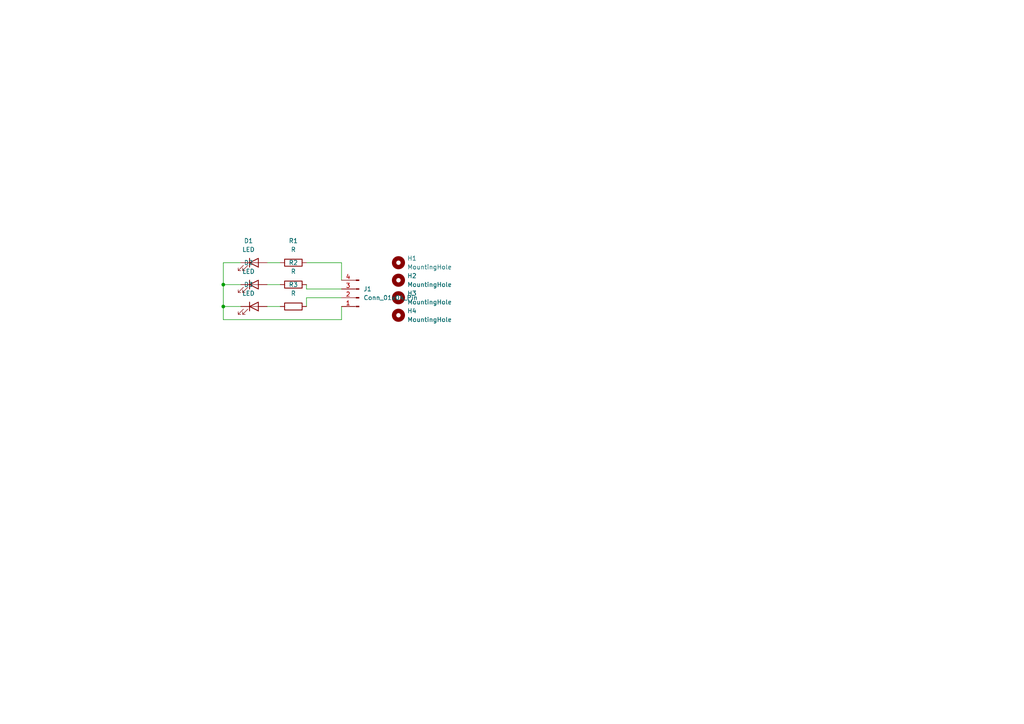
<source format=kicad_sch>
(kicad_sch (version 20231120) (generator "eeschema") (generator_version "8.0")
  (paper "A4")
  (lib_symbols
    (symbol "Connector:Conn_01x04_Pin" (pin_names (offset 1.016) hide)
      (property "Reference" "J" (at 0 5.08 0))
      (property "Value" "Conn_01x04_Pin" (at 0 -7.62 0))
      (symbol "Conn_01x04_Pin_1_1"
        (polyline (pts (xy 1.27 -5.08) (xy 0.8636 -5.08)) (stroke (width 0.1524)))
        (polyline (pts (xy 1.27 -2.54) (xy 0.8636 -2.54)) (stroke (width 0.1524)))
        (polyline (pts (xy 1.27 0) (xy 0.8636 0)) (stroke (width 0.1524)))
        (polyline (pts (xy 1.27 2.54) (xy 0.8636 2.54)) (stroke (width 0.1524)))
        (rectangle (start 0.8636 -4.953) (end 0 -5.207) (stroke (width 0.1524)) (fill (type outline)))
        (rectangle (start 0.8636 -2.413) (end 0 -2.667) (stroke (width 0.1524)) (fill (type outline)))
        (rectangle (start 0.8636 0.127) (end 0 -0.127) (stroke (width 0.1524)) (fill (type outline)))
        (rectangle (start 0.8636 2.667) (end 0 2.413) (stroke (width 0.1524)) (fill (type outline)))
        (pin passive line (at 5.08 2.54 180) (length 3.81) (name "Pin_1") (number "1"))
        (pin passive line (at 5.08 0 180) (length 3.81) (name "Pin_2") (number "2"))
        (pin passive line (at 5.08 -2.54 180) (length 3.81) (name "Pin_3") (number "3"))
        (pin passive line (at 5.08 -5.08 180) (length 3.81) (name "Pin_4") (number "4"))
      )
    )
    (symbol "Device:LED" (pin_numbers hide) (pin_names (offset 1.016) hide)
      (property "Reference" "D" (at 0 2.54 0))
      (property "Value" "LED" (at 0 -2.54 0))
      (symbol "LED_0_1"
        (polyline (pts (xy -1.27 -1.27) (xy -1.27 1.27)) (stroke (width 0.254)))
        (polyline (pts (xy -1.27 0) (xy 1.27 0)))
        (polyline (pts (xy 1.27 -1.27) (xy 1.27 1.27) (xy -1.27 0) (xy 1.27 -1.27)) (stroke (width 0.254)))
        (polyline (pts (xy -3.048 -0.762) (xy -4.572 -2.286) (xy -3.81 -2.286) (xy -4.572 -2.286) (xy -4.572 -1.524)))
        (polyline (pts (xy -1.778 -0.762) (xy -3.302 -2.286) (xy -2.54 -2.286) (xy -3.302 -2.286) (xy -3.302 -1.524)))
      )
      (symbol "LED_1_1"
        (pin passive line (at -3.81 0 0) (length 2.54) (name "K") (number "1"))
        (pin passive line (at 3.81 0 180) (length 2.54) (name "A") (number "2"))
      )
    )
    (symbol "Device:R" (pin_numbers hide) (pin_names (offset 0))
      (property "Reference" "R" (at 2.032 0 90))
      (property "Value" "R" (at 0 0 90))
      (symbol "R_0_1"
        (rectangle (start -1.016 -2.54) (end 1.016 2.54) (stroke (width 0.254)))
      )
      (symbol "R_1_1"
        (pin passive line (at 0 3.81 270) (length 1.27) (name "~") (number "1"))
        (pin passive line (at 0 -3.81 90) (length 1.27) (name "~") (number "2"))
      )
    )
    (symbol "Mechanical:MountingHole" (pin_names (offset 1.016)) (exclude_from_sim yes) (in_bom no)
      (property "Reference" "H" (at 0 5.08 0))
      (property "Value" "MountingHole" (at 0 3.175 0))
      (symbol "MountingHole_0_1"
        (circle (center 0 0) (radius 1.27) (stroke (width 1.27)))
      )
    )
  )
  (junction (at 64.77 82.55))
  (junction (at 64.77 88.9))
  (wire (pts (xy 99.06 76.2) (xy 99.06 81.28)))
  (wire (pts (xy 99.06 92.71) (xy 64.77 92.71)))
  (wire (pts (xy 69.85 88.9) (xy 64.77 88.9)))
  (wire (pts (xy 88.9 88.9) (xy 88.9 86.36)))
  (wire (pts (xy 99.06 88.9) (xy 99.06 92.71)))
  (wire (pts (xy 99.06 83.82) (xy 88.9 83.82)))
  (wire (pts (xy 64.77 82.55) (xy 69.85 82.55)))
  (wire (pts (xy 64.77 76.2) (xy 69.85 76.2)))
  (wire (pts (xy 77.47 88.9) (xy 81.28 88.9)))
  (wire (pts (xy 64.77 88.9) (xy 64.77 92.71)))
  (wire (pts (xy 64.77 82.55) (xy 64.77 76.2)))
  (wire (pts (xy 77.47 76.2) (xy 81.28 76.2)))
  (wire (pts (xy 64.77 88.9) (xy 64.77 82.55)))
  (wire (pts (xy 88.9 83.82) (xy 88.9 82.55)))
  (wire (pts (xy 88.9 86.36) (xy 99.06 86.36)))
  (wire (pts (xy 77.47 82.55) (xy 81.28 82.55)))
  (wire (pts (xy 88.9 76.2) (xy 99.06 76.2)))
  (symbol (lib_id "Device:R") (at 85.09 82.55 90) (unit 1)
    (property "Reference" "R2" (at 85.09 76.2 90))
    (property "Value" "R" (at 85.09 78.74 90))
    (property "Footprint" "Resistor_SMD:R_1206_3216Metric_Pad1.30x1.75mm_HandSolder" (effects (hide yes)))
    (property "Description" "Resistor" (effects (hide yes)))
  )
  (symbol (lib_id "Connector:Conn_01x04_Pin") (at 104.14 86.36 180) (unit 1)
    (property "Reference" "J1" (at 105.41 83.8199 0) (effects (justify right)))
    (property "Value" "Conn_01x04_Pin" (at 105.41 86.3599 0) (effects (justify right)))
    (property "Footprint" "Connector_PinHeader_2.54mm:PinHeader_1x04_P2.54mm_Horizontal" (effects (hide yes)))
    (property "Description" "Generic connector, single row, 01x04, script generated" (effects (hide yes)))
  )
  (symbol (lib_id "Mechanical:MountingHole") (at 115.57 91.44 0) (unit 1) (exclude_from_sim yes) (in_bom no)
    (property "Reference" "H4" (at 118.11 90.1699 0) (effects (justify left)))
    (property "Value" "MountingHole" (at 118.11 92.7099 0) (effects (justify left)))
    (property "Footprint" "MountingHole:MountingHole_2.5mm" (effects (hide yes)))
    (property "Description" "Mounting Hole without connection" (effects (hide yes)))
  )
  (symbol (lib_id "Mechanical:MountingHole") (at 115.57 76.2 0) (unit 1) (exclude_from_sim yes) (in_bom no)
    (property "Reference" "H1" (at 118.11 74.9299 0) (effects (justify left)))
    (property "Value" "MountingHole" (at 118.11 77.4699 0) (effects (justify left)))
    (property "Footprint" "MountingHole:MountingHole_2.5mm" (effects (hide yes)))
    (property "Description" "Mounting Hole without connection" (effects (hide yes)))
  )
  (symbol (lib_id "Device:LED") (at 73.66 82.55 0) (unit 1)
    (property "Reference" "D2" (at 72.0725 76.2 0))
    (property "Value" "LED" (at 72.0725 78.74 0))
    (property "Footprint" "footprints:SML-LX15" (effects (hide yes)))
    (property "Description" "Light emitting diode" (effects (hide yes)))
  )
  (symbol (lib_id "Device:R") (at 85.09 76.2 90) (unit 1)
    (property "Reference" "R1" (at 85.09 69.85 90))
    (property "Value" "R" (at 85.09 72.39 90))
    (property "Footprint" "Resistor_SMD:R_1206_3216Metric_Pad1.30x1.75mm_HandSolder" (effects (hide yes)))
    (property "Description" "Resistor" (effects (hide yes)))
  )
  (symbol (lib_id "Device:R") (at 85.09 88.9 90) (unit 1)
    (property "Reference" "R3" (at 85.09 82.55 90))
    (property "Value" "R" (at 85.09 85.09 90))
    (property "Footprint" "Resistor_SMD:R_1206_3216Metric_Pad1.30x1.75mm_HandSolder" (effects (hide yes)))
    (property "Description" "Resistor" (effects (hide yes)))
  )
  (symbol (lib_id "Device:LED") (at 73.66 88.9 0) (unit 1)
    (property "Reference" "D3" (at 72.0725 82.55 0))
    (property "Value" "LED" (at 72.0725 85.09 0))
    (property "Footprint" "footprints:SML-LX15" (effects (hide yes)))
    (property "Description" "Light emitting diode" (effects (hide yes)))
  )
  (symbol (lib_id "Mechanical:MountingHole") (at 115.57 86.36 0) (unit 1) (exclude_from_sim yes) (in_bom no)
    (property "Reference" "H3" (at 118.11 85.0899 0) (effects (justify left)))
    (property "Value" "MountingHole" (at 118.11 87.6299 0) (effects (justify left)))
    (property "Footprint" "MountingHole:MountingHole_2.5mm" (effects (hide yes)))
    (property "Description" "Mounting Hole without connection" (effects (hide yes)))
  )
  (symbol (lib_id "Device:LED") (at 73.66 76.2 0) (unit 1)
    (property "Reference" "D1" (at 72.0725 69.85 0))
    (property "Value" "LED" (at 72.0725 72.39 0))
    (property "Footprint" "footprints:SML-LX15" (effects (hide yes)))
    (property "Description" "Light emitting diode" (effects (hide yes)))
  )
  (symbol (lib_id "Mechanical:MountingHole") (at 115.57 81.28 0) (unit 1) (exclude_from_sim yes) (in_bom no)
    (property "Reference" "H2" (at 118.11 80.0099 0) (effects (justify left)))
    (property "Value" "MountingHole" (at 118.11 82.5499 0) (effects (justify left)))
    (property "Footprint" "MountingHole:MountingHole_2.5mm" (effects (hide yes)))
    (property "Description" "Mounting Hole without connection" (effects (hide yes)))
  )
)
</source>
